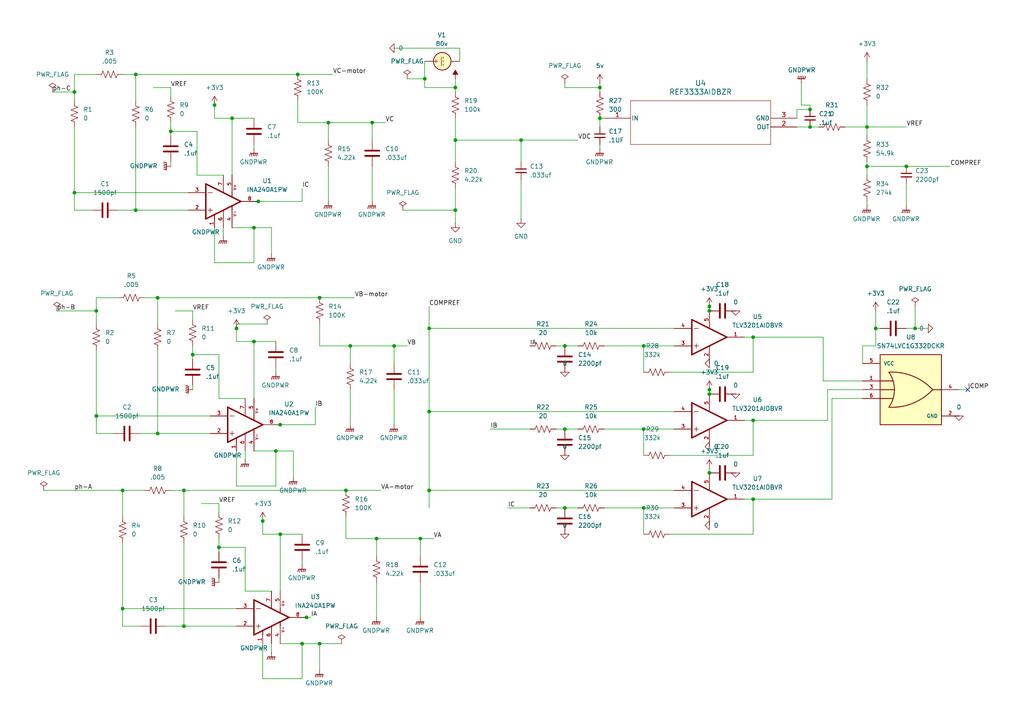
<source format=kicad_sch>
(kicad_sch (version 20231120) (generator "eeschema") (generator_version "8.0")
  (paper "A4")
  (lib_symbols
    (symbol "Device:C" (pin_numbers hide) (pin_names (offset 0.254))
      (property "Reference" "C" (at 0.635 2.54 0))
      (property "Value" "C" (at 0.635 -2.54 0))
      (symbol "C_1_1"
        (pin passive line (at 0 3.81 270) (length 2.794) (name "~") (number "1"))
        (pin passive line (at 0 -3.81 90) (length 2.794) (name "~") (number "2"))
      )
    )
    (symbol "Device:C_Small" (pin_numbers hide) (pin_names (offset 0.254) hide)
      (property "Reference" "C" (at 0.254 1.778 0))
      (property "Value" "C_Small" (at 0.254 -2.032 0))
      (symbol "C_Small_1_1"
        (pin passive line (at 0 2.54 270) (length 2.032) (name "~") (number "1"))
        (pin passive line (at 0 -2.54 90) (length 2.032) (name "~") (number "2"))
      )
    )
    (symbol "Device:R_US" (pin_numbers hide) (pin_names (offset 0))
      (property "Reference" "R" (at 2.54 0 90))
      (property "Value" "R_US" (at -2.54 0 90))
      (symbol "R_US_1_1"
        (pin passive line (at 0 3.81 270) (length 1.27) (name "~") (number "1"))
        (pin passive line (at 0 -3.81 90) (length 1.27) (name "~") (number "2"))
      )
    )
    (symbol "INA240A1PW:INA240A1PW" (pin_names (offset 1.016))
      (property "Reference" "U" (at 5.08 3.175 0))
      (property "Value" "INA240A1PW" (at 5.08 -5.08 0))
      (symbol "INA240A1PW_0_0"
        (text "V+" (at 3.81 3.175 900) (effects (font (size 0.8128 0.8128)) (justify left bottom)))
        (text "V-" (at 3.81 -4.445 900) (effects (font (size 0.8128 0.8128)) (justify left bottom)))
        (pin passive line (at -2.54 -7.62 90) (length 2.54) (name "~") (number "1"))
        (pin input line (at -10.16 -2.54 0) (length 5.08) (name "~") (number "2"))
        (pin input line (at -10.16 2.54 0) (length 5.08) (name "~") (number "3"))
        (pin power_in line (at 2.54 -7.62 90) (length 5.08) (name "~") (number "4"))
        (pin power_in line (at 2.54 7.62 270) (length 5.08) (name "~") (number "5"))
        (pin passive line (at 0 -7.62 90) (length 5.08) (name "~") (number "6"))
        (pin passive line (at 0 7.62 270) (length 5.08) (name "~") (number "7"))
        (pin output line (at 10.16 0 180) (length 5.08) (name "~") (number "8"))
      )
    )
    (symbol "REF3333AIDBZR:REF3333AIDBZR" (pin_names (offset 0.254))
      (property "Reference" "U" (at 27.94 10.16 0))
      (property "Value" "REF3333AIDBZR" (at 27.94 7.62 0))
      (symbol "REF3333AIDBZR_0_1"
        (pin input line (at 0 0 0) (length 7.62) (name "IN") (number "1"))
        (pin output line (at 55.88 -2.54 180) (length 7.62) (name "OUT") (number "2"))
        (pin power_in line (at 55.88 0 180) (length 7.62) (name "GND") (number "3"))
      )
    )
    (symbol "SN74LVC1G332DCKR:SN74LVC1G332DCKR" (pin_names (offset 1.016))
      (property "Reference" "U" (at -7.62 11.16 0))
      (property "Value" "SN74LVC1G332DCKR" (at -7.62 -12.7 0))
      (symbol "SN74LVC1G332DCKR_0_0"
        (pin input line (at -12.7 2.54 0) (length 5.08) (name "~") (number "1"))
        (pin power_in line (at 15.24 -7.62 180) (length 5.08) (name "GND") (number "2"))
        (pin input line (at -12.7 0 0) (length 5.08) (name "~") (number "3"))
        (pin output line (at 15.24 0 180) (length 5.08) (name "~") (number "4"))
        (pin power_in line (at -12.7 7.62 0) (length 5.08) (name "VCC") (number "5"))
        (pin input line (at -12.7 -2.54 0) (length 5.08) (name "~") (number "6"))
      )
    )
    (symbol "Simulation_SPICE:0" (power) (pin_numbers hide) (pin_names (offset 0) hide)
      (property "Value" "0" (at 0 -2.54 0))
      (symbol "0_1_1"
        (pin power_in line (at 0 0 0) (length 0) (name "~") (number "1"))
      )
    )
    (symbol "Simulation_SPICE:VDC" (pin_numbers hide) (pin_names (offset 0.0254))
      (property "Reference" "V" (at 2.54 2.54 0))
      (property "Value" "1" (at 2.54 0 0))
      (symbol "VDC_0_0"
        (text "+" (at 0 1.905 0) (effects (font (size 1.27 1.27))))
      )
      (symbol "VDC_1_1"
        (pin passive line (at 0 5.08 270) (length 2.54) (name "~") (number "1"))
        (pin passive line (at 0 -5.08 90) (length 2.54) (name "~") (number "2"))
      )
    )
    (symbol "TLV3201AIDBVR:TLV3201AIDBVR" (pin_names (offset 1.016))
      (property "Reference" "U" (at 2.54 3.175 0))
      (property "Value" "TLV3201AIDBVR" (at 2.54 -5.08 0))
      (symbol "TLV3201AIDBVR_0_0"
        (pin output line (at 10.16 0 180) (length 5.08) (name "~") (number "1"))
        (pin power_in line (at 0 -7.62 90) (length 5.08) (name "~") (number "2"))
        (pin input line (at -10.16 -2.54 0) (length 5.08) (name "~") (number "3"))
        (pin input line (at -10.16 2.54 0) (length 5.08) (name "~") (number "4"))
        (pin power_in line (at 0 7.62 270) (length 5.08) (name "~") (number "5"))
      )
    )
    (symbol "power:+3V3" (power) (pin_numbers hide) (pin_names (offset 0) hide)
      (property "Value" "+3V3" (at 0 3.556 0))
      (symbol "+3V3_1_1"
        (pin power_in line (at 0 0 90) (length 0) (name "~") (number "1"))
      )
    )
    (symbol "power:GND" (power) (pin_numbers hide) (pin_names (offset 0) hide)
      (property "Value" "GND" (at 0 -3.81 0))
      (symbol "GND_1_1"
        (pin power_in line (at 0 0 270) (length 0) (name "~") (number "1"))
      )
    )
    (symbol "power:GNDPWR" (power) (pin_numbers hide) (pin_names (offset 0) hide)
      (property "Value" "GNDPWR" (at 0 -3.302 0))
      (symbol "GNDPWR_1_1"
        (pin power_in line (at 0 0 270) (length 0) (name "~") (number "1"))
      )
    )
    (symbol "power:PWR_FLAG" (power) (pin_numbers hide) (pin_names (offset 0) hide)
      (property "Value" "PWR_FLAG" (at 0 3.81 0))
      (symbol "PWR_FLAG_0_0"
        (pin power_out line (at 0 0 90) (length 0) (name "~") (number "1"))
      )
    )
    (symbol "power:VCC" (power) (pin_numbers hide) (pin_names (offset 0) hide)
      (property "Value" "VCC" (at 0 3.556 0))
      (symbol "VCC_1_1"
        (pin power_in line (at 0 0 90) (length 0) (name "~") (number "1"))
      )
    )
    (symbol "power:VS" (power) (pin_numbers hide) (pin_names (offset 0) hide)
      (property "Value" "VS" (at 0 3.556 0))
      (symbol "VS_1_1"
        (pin power_in line (at 0 0 90) (length 0) (name "~") (number "1"))
      )
    )
  )
  (junction (at 124.46 119.38))
  (junction (at 218.44 97.79))
  (junction (at 205.74 137.16))
  (junction (at 121.92 156.21))
  (junction (at 27.94 90.17))
  (junction (at 163.83 100.33))
  (junction (at 35.56 142.24))
  (junction (at 251.46 36.83))
  (junction (at 87.63 186.69))
  (junction (at 218.44 121.92))
  (junction (at 95.25 35.56))
  (junction (at 27.94 120.65))
  (junction (at 218.44 144.78))
  (junction (at 88.9 179.07))
  (junction (at 92.71 186.69))
  (junction (at 234.95 36.83))
  (junction (at 132.08 25.4))
  (junction (at 53.34 181.61))
  (junction (at 173.99 34.29))
  (junction (at 49.53 38.1))
  (junction (at 74.93 58.42))
  (junction (at 67.31 34.29))
  (junction (at 53.34 142.24))
  (junction (at 73.66 99.06))
  (junction (at 254 95.25))
  (junction (at 265.43 95.25))
  (junction (at 123.19 22.86))
  (junction (at 186.69 147.32))
  (junction (at 205.74 88.9))
  (junction (at 251.46 48.26))
  (junction (at 107.95 35.56))
  (junction (at 205.74 114.3))
  (junction (at 132.08 60.96))
  (junction (at 81.28 123.19))
  (junction (at 21.59 26.67))
  (junction (at 76.2 151.13))
  (junction (at 45.72 125.73))
  (junction (at 39.37 21.59))
  (junction (at 55.88 102.87))
  (junction (at 114.3 100.33))
  (junction (at 186.69 100.33))
  (junction (at 35.56 176.53))
  (junction (at 86.36 21.59))
  (junction (at 186.69 124.46))
  (junction (at 68.58 95.25))
  (junction (at 92.71 86.36))
  (junction (at 163.83 147.32))
  (junction (at 81.28 154.94))
  (junction (at 62.23 30.48))
  (junction (at 132.08 40.64))
  (junction (at 101.6 100.33))
  (junction (at 205.74 113.03))
  (junction (at 173.99 25.4))
  (junction (at 163.83 124.46))
  (junction (at 73.66 66.04))
  (junction (at 21.59 55.88))
  (junction (at 109.22 156.21))
  (junction (at 100.33 142.24))
  (junction (at 124.46 95.25))
  (junction (at 63.5 158.75))
  (junction (at 205.74 90.17))
  (junction (at 151.13 40.64))
  (junction (at 45.72 86.36))
  (junction (at 124.46 142.24))
  (junction (at 80.01 130.81))
  (junction (at 234.95 31.75))
  (junction (at 262.89 48.26))
  (junction (at 39.37 60.96))
  (no_connect (at 280.67 113.03))
  (wire (pts (xy 55.88 90.17) (xy 55.88 92.71)))
  (wire (pts (xy 27.94 90.17) (xy 27.94 86.36)))
  (wire (pts (xy 27.94 90.17) (xy 27.94 93.98)))
  (wire (pts (xy 124.46 142.24) (xy 195.58 142.24)))
  (wire (pts (xy 27.94 125.73) (xy 33.02 125.73)))
  (wire (pts (xy 238.76 110.49) (xy 238.76 97.79)))
  (wire (pts (xy 265.43 88.9) (xy 265.43 95.25)))
  (wire (pts (xy 95.25 48.26) (xy 95.25 58.42)))
  (wire (pts (xy 21.59 21.59) (xy 21.59 26.67)))
  (wire (pts (xy 68.58 130.81) (xy 68.58 140.97)))
  (wire (pts (xy 87.63 54.61) (xy 87.63 58.42)))
  (wire (pts (xy 41.91 142.24) (xy 35.56 142.24)))
  (wire (pts (xy 80.01 140.97) (xy 80.01 130.81)))
  (wire (pts (xy 73.66 99.06) (xy 80.01 99.06)))
  (wire (pts (xy 53.34 142.24) (xy 100.33 142.24)))
  (wire (pts (xy 132.08 25.4) (xy 132.08 26.67)))
  (wire (pts (xy 73.66 130.81) (xy 80.01 130.81)))
  (wire (pts (xy 132.08 34.29) (xy 132.08 40.64)))
  (wire (pts (xy 114.3 105.41) (xy 114.3 100.33)))
  (wire (pts (xy 63.5 156.21) (xy 63.5 158.75)))
  (wire (pts (xy 76.2 196.85) (xy 87.63 196.85)))
  (wire (pts (xy 92.71 93.98) (xy 92.71 100.33)))
  (wire (pts (xy 205.74 88.9) (xy 205.74 90.17)))
  (wire (pts (xy 124.46 119.38) (xy 124.46 142.24)))
  (wire (pts (xy 63.5 115.57) (xy 63.5 102.87)))
  (wire (pts (xy 186.69 124.46) (xy 186.69 132.08)))
  (wire (pts (xy 251.46 17.78) (xy 251.46 22.86)))
  (wire (pts (xy 15.24 26.67) (xy 21.59 26.67)))
  (wire (pts (xy 240.03 121.92) (xy 218.44 121.92)))
  (wire (pts (xy 68.58 93.98) (xy 68.58 95.25)))
  (wire (pts (xy 234.95 36.83) (xy 237.49 36.83)))
  (wire (pts (xy 173.99 25.4) (xy 173.99 26.67)))
  (wire (pts (xy 85.09 130.81) (xy 85.09 138.43)))
  (wire (pts (xy 87.63 58.42) (xy 74.93 58.42)))
  (wire (pts (xy 231.14 36.83) (xy 234.95 36.83)))
  (wire (pts (xy 91.44 123.19) (xy 81.28 123.19)))
  (wire (pts (xy 92.71 86.36) (xy 102.87 86.36)))
  (wire (pts (xy 163.83 124.46) (xy 167.64 124.46)))
  (wire (pts (xy 68.58 95.25) (xy 68.58 99.06)))
  (wire (pts (xy 109.22 156.21) (xy 121.92 156.21)))
  (wire (pts (xy 88.9 179.07) (xy 90.17 179.07)))
  (wire (pts (xy 250.19 100.33) (xy 250.19 105.41)))
  (wire (pts (xy 39.37 21.59) (xy 86.36 21.59)))
  (wire (pts (xy 62.23 29.21) (xy 62.23 30.48)))
  (wire (pts (xy 21.59 26.67) (xy 21.59 29.21)))
  (wire (pts (xy 73.66 99.06) (xy 68.58 99.06)))
  (wire (pts (xy 35.56 21.59) (xy 39.37 21.59)))
  (wire (pts (xy 132.08 40.64) (xy 132.08 46.99)))
  (wire (pts (xy 86.36 35.56) (xy 95.25 35.56)))
  (wire (pts (xy 151.13 40.64) (xy 167.64 40.64)))
  (wire (pts (xy 262.89 53.34) (xy 262.89 59.69)))
  (wire (pts (xy 64.77 50.8) (xy 57.15 50.8)))
  (wire (pts (xy 78.74 171.45) (xy 71.12 171.45)))
  (wire (pts (xy 194.31 132.08) (xy 218.44 132.08)))
  (wire (pts (xy 54.61 55.88) (xy 21.59 55.88)))
  (wire (pts (xy 62.23 76.2) (xy 73.66 76.2)))
  (wire (pts (xy 100.33 149.86) (xy 100.33 156.21)))
  (wire (pts (xy 100.33 142.24) (xy 110.49 142.24)))
  (wire (pts (xy 39.37 60.96) (xy 54.61 60.96)))
  (wire (pts (xy 71.12 115.57) (xy 63.5 115.57)))
  (wire (pts (xy 67.31 66.04) (xy 73.66 66.04)))
  (wire (pts (xy 67.31 34.29) (xy 73.66 34.29)))
  (wire (pts (xy 254 90.17) (xy 254 95.25)))
  (wire (pts (xy 45.72 101.6) (xy 45.72 125.73)))
  (wire (pts (xy 133.35 17.78) (xy 133.35 13.97)))
  (wire (pts (xy 151.13 46.99) (xy 151.13 40.64)))
  (wire (pts (xy 53.34 142.24) (xy 53.34 149.86)))
  (wire (pts (xy 186.69 147.32) (xy 186.69 154.94)))
  (wire (pts (xy 55.88 111.76) (xy 55.88 113.03)))
  (wire (pts (xy 73.66 43.18) (xy 73.66 41.91)))
  (wire (pts (xy 251.46 36.83) (xy 245.11 36.83)))
  (wire (pts (xy 186.69 124.46) (xy 195.58 124.46)))
  (wire (pts (xy 58.42 146.05) (xy 63.5 146.05)))
  (wire (pts (xy 142.24 124.46) (xy 153.67 124.46)))
  (wire (pts (xy 250.19 113.03) (xy 240.03 113.03)))
  (wire (pts (xy 78.74 66.04) (xy 78.74 73.66)))
  (wire (pts (xy 16.51 90.17) (xy 27.94 90.17)))
  (wire (pts (xy 163.83 25.4) (xy 173.99 25.4)))
  (wire (pts (xy 62.23 30.48) (xy 62.23 34.29)))
  (wire (pts (xy 251.46 58.42) (xy 251.46 59.69)))
  (wire (pts (xy 76.2 151.13) (xy 76.2 154.94)))
  (wire (pts (xy 251.46 30.48) (xy 251.46 36.83)))
  (wire (pts (xy 78.74 123.19) (xy 81.28 123.19)))
  (wire (pts (xy 205.74 87.63) (xy 205.74 88.9)))
  (wire (pts (xy 63.5 158.75) (xy 63.5 160.02)))
  (wire (pts (xy 49.53 38.1) (xy 57.15 38.1)))
  (wire (pts (xy 95.25 35.56) (xy 107.95 35.56)))
  (wire (pts (xy 251.46 48.26) (xy 262.89 48.26)))
  (wire (pts (xy 173.99 34.29) (xy 173.99 36.83)))
  (wire (pts (xy 76.2 149.86) (xy 76.2 151.13)))
  (wire (pts (xy 101.6 113.03) (xy 101.6 123.19)))
  (wire (pts (xy 161.29 100.33) (xy 163.83 100.33)))
  (wire (pts (xy 132.08 40.64) (xy 151.13 40.64)))
  (wire (pts (xy 86.36 29.21) (xy 86.36 35.56)))
  (wire (pts (xy 205.74 113.03) (xy 205.74 114.3)))
  (wire (pts (xy 99.06 186.69) (xy 92.71 186.69)))
  (wire (pts (xy 85.09 130.81) (xy 80.01 130.81)))
  (wire (pts (xy 68.58 176.53) (xy 35.56 176.53)))
  (wire (pts (xy 175.26 34.29) (xy 173.99 34.29)))
  (wire (pts (xy 280.67 113.03) (xy 278.13 113.03)))
  (wire (pts (xy 86.36 179.07) (xy 88.9 179.07)))
  (wire (pts (xy 218.44 132.08) (xy 218.44 121.92)))
  (wire (pts (xy 21.59 60.96) (xy 26.67 60.96)))
  (wire (pts (xy 123.19 22.86) (xy 123.19 25.4)))
  (wire (pts (xy 35.56 176.53) (xy 35.56 181.61)))
  (wire (pts (xy 49.53 46.99) (xy 49.53 48.26)))
  (wire (pts (xy 76.2 186.69) (xy 76.2 196.85)))
  (wire (pts (xy 81.28 154.94) (xy 76.2 154.94)))
  (wire (pts (xy 132.08 22.86) (xy 132.08 25.4)))
  (wire (pts (xy 92.71 100.33) (xy 101.6 100.33)))
  (wire (pts (xy 163.83 24.13) (xy 163.83 25.4)))
  (wire (pts (xy 81.28 154.94) (xy 87.63 154.94)))
  (wire (pts (xy 107.95 48.26) (xy 107.95 58.42)))
  (wire (pts (xy 215.9 97.79) (xy 218.44 97.79)))
  (wire (pts (xy 63.5 146.05) (xy 63.5 148.59)))
  (wire (pts (xy 161.29 124.46) (xy 163.83 124.46)))
  (wire (pts (xy 232.41 30.48) (xy 234.95 30.48)))
  (wire (pts (xy 35.56 157.48) (xy 35.56 176.53)))
  (wire (pts (xy 251.46 36.83) (xy 262.89 36.83)))
  (wire (pts (xy 251.46 36.83) (xy 251.46 39.37)))
  (wire (pts (xy 63.5 167.64) (xy 63.5 168.91)))
  (wire (pts (xy 234.95 30.48) (xy 234.95 31.75)))
  (wire (pts (xy 67.31 34.29) (xy 62.23 34.29)))
  (wire (pts (xy 231.14 34.29) (xy 231.14 31.75)))
  (wire (pts (xy 109.22 156.21) (xy 109.22 161.29)))
  (wire (pts (xy 186.69 100.33) (xy 186.69 107.95)))
  (wire (pts (xy 124.46 142.24) (xy 124.46 147.32)))
  (wire (pts (xy 53.34 181.61) (xy 68.58 181.61)))
  (wire (pts (xy 241.3 144.78) (xy 218.44 144.78)))
  (wire (pts (xy 78.74 186.69) (xy 78.74 189.23)))
  (wire (pts (xy 45.72 125.73) (xy 40.64 125.73)))
  (wire (pts (xy 63.5 158.75) (xy 71.12 158.75)))
  (wire (pts (xy 175.26 124.46) (xy 186.69 124.46)))
  (wire (pts (xy 186.69 147.32) (xy 195.58 147.32)))
  (wire (pts (xy 44.45 25.4) (xy 49.53 25.4)))
  (wire (pts (xy 81.28 154.94) (xy 81.28 171.45)))
  (wire (pts (xy 80.01 107.95) (xy 80.01 106.68)))
  (wire (pts (xy 39.37 36.83) (xy 39.37 60.96)))
  (wire (pts (xy 21.59 55.88) (xy 21.59 60.96)))
  (wire (pts (xy 186.69 100.33) (xy 195.58 100.33)))
  (wire (pts (xy 81.28 186.69) (xy 87.63 186.69)))
  (wire (pts (xy 92.71 186.69) (xy 92.71 194.31)))
  (wire (pts (xy 132.08 54.61) (xy 132.08 60.96)))
  (wire (pts (xy 73.66 99.06) (xy 73.66 115.57)))
  (wire (pts (xy 91.44 118.11) (xy 91.44 123.19)))
  (wire (pts (xy 101.6 100.33) (xy 101.6 105.41)))
  (wire (pts (xy 53.34 157.48) (xy 53.34 181.61)))
  (wire (pts (xy 124.46 95.25) (xy 124.46 119.38)))
  (wire (pts (xy 100.33 156.21) (xy 109.22 156.21)))
  (wire (pts (xy 41.91 86.36) (xy 45.72 86.36)))
  (wire (pts (xy 67.31 34.29) (xy 67.31 50.8)))
  (wire (pts (xy 123.19 17.78) (xy 123.19 22.86)))
  (wire (pts (xy 218.44 107.95) (xy 218.44 97.79)))
  (wire (pts (xy 12.7 142.24) (xy 35.56 142.24)))
  (wire (pts (xy 194.31 107.95) (xy 218.44 107.95)))
  (wire (pts (xy 133.35 13.97) (xy 114.3 13.97)))
  (wire (pts (xy 151.13 52.07) (xy 151.13 63.5)))
  (wire (pts (xy 241.3 115.57) (xy 241.3 144.78)))
  (wire (pts (xy 275.59 48.26) (xy 262.89 48.26)))
  (wire (pts (xy 109.22 168.91) (xy 109.22 179.07)))
  (wire (pts (xy 49.53 25.4) (xy 49.53 27.94)))
  (wire (pts (xy 27.94 120.65) (xy 27.94 125.73)))
  (wire (pts (xy 72.39 58.42) (xy 74.93 58.42)))
  (wire (pts (xy 77.47 93.98) (xy 68.58 93.98)))
  (wire (pts (xy 53.34 181.61) (xy 48.26 181.61)))
  (wire (pts (xy 45.72 86.36) (xy 92.71 86.36)))
  (wire (pts (xy 55.88 100.33) (xy 55.88 102.87)))
  (wire (pts (xy 73.66 76.2) (xy 73.66 66.04)))
  (wire (pts (xy 231.14 31.75) (xy 234.95 31.75)))
  (wire (pts (xy 71.12 171.45) (xy 71.12 158.75)))
  (wire (pts (xy 175.26 147.32) (xy 186.69 147.32)))
  (wire (pts (xy 215.9 121.92) (xy 218.44 121.92)))
  (wire (pts (xy 107.95 35.56) (xy 111.76 35.56)))
  (wire (pts (xy 39.37 60.96) (xy 34.29 60.96)))
  (wire (pts (xy 173.99 24.13) (xy 173.99 25.4)))
  (wire (pts (xy 107.95 40.64) (xy 107.95 35.56)))
  (wire (pts (xy 86.36 21.59) (xy 96.52 21.59)))
  (wire (pts (xy 68.58 140.97) (xy 80.01 140.97)))
  (wire (pts (xy 132.08 60.96) (xy 132.08 64.77)))
  (wire (pts (xy 121.92 156.21) (xy 125.73 156.21)))
  (wire (pts (xy 60.96 120.65) (xy 27.94 120.65)))
  (wire (pts (xy 49.53 38.1) (xy 49.53 39.37)))
  (wire (pts (xy 250.19 110.49) (xy 238.76 110.49)))
  (wire (pts (xy 45.72 86.36) (xy 45.72 93.98)))
  (wire (pts (xy 163.83 100.33) (xy 167.64 100.33)))
  (wire (pts (xy 251.46 46.99) (xy 251.46 48.26)))
  (wire (pts (xy 124.46 95.25) (xy 195.58 95.25)))
  (wire (pts (xy 205.74 135.89) (xy 205.74 137.16)))
  (wire (pts (xy 121.92 168.91) (xy 121.92 179.07)))
  (wire (pts (xy 55.88 102.87) (xy 63.5 102.87)))
  (wire (pts (xy 118.11 22.86) (xy 123.19 22.86)))
  (wire (pts (xy 121.92 161.29) (xy 121.92 156.21)))
  (wire (pts (xy 71.12 130.81) (xy 71.12 133.35)))
  (wire (pts (xy 123.19 25.4) (xy 132.08 25.4)))
  (wire (pts (xy 87.63 163.83) (xy 87.63 162.56)))
  (wire (pts (xy 215.9 144.78) (xy 218.44 144.78)))
  (wire (pts (xy 57.15 50.8) (xy 57.15 38.1)))
  (wire (pts (xy 205.74 111.76) (xy 205.74 113.03)))
  (wire (pts (xy 35.56 142.24) (xy 35.56 149.86)))
  (wire (pts (xy 114.3 113.03) (xy 114.3 123.19)))
  (wire (pts (xy 251.46 48.26) (xy 251.46 50.8)))
  (wire (pts (xy 218.44 154.94) (xy 218.44 144.78)))
  (wire (pts (xy 101.6 100.33) (xy 114.3 100.33)))
  (wire (pts (xy 114.3 100.33) (xy 118.11 100.33)))
  (wire (pts (xy 254 95.25) (xy 254 100.33)))
  (wire (pts (xy 21.59 36.83) (xy 21.59 55.88)))
  (wire (pts (xy 147.32 147.32) (xy 153.67 147.32)))
  (wire (pts (xy 27.94 21.59) (xy 21.59 21.59)))
  (wire (pts (xy 49.53 142.24) (xy 53.34 142.24)))
  (wire (pts (xy 238.76 97.79) (xy 218.44 97.79)))
  (wire (pts (xy 124.46 88.9) (xy 124.46 95.25)))
  (wire (pts (xy 240.03 113.03) (xy 240.03 121.92)))
  (wire (pts (xy 34.29 86.36) (xy 27.94 86.36)))
  (wire (pts (xy 124.46 119.38) (xy 195.58 119.38)))
  (wire (pts (xy 161.29 147.32) (xy 163.83 147.32)))
  (wire (pts (xy 175.26 100.33) (xy 186.69 100.33)))
  (wire (pts (xy 39.37 21.59) (xy 39.37 29.21)))
  (wire (pts (xy 62.23 66.04) (xy 62.23 76.2)))
  (wire (pts (xy 163.83 147.32) (xy 167.64 147.32)))
  (wire (pts (xy 55.88 102.87) (xy 55.88 104.14)))
  (wire (pts (xy 50.8 90.17) (xy 55.88 90.17)))
  (wire (pts (xy 173.99 41.91) (xy 173.99 43.18)))
  (wire (pts (xy 95.25 35.56) (xy 95.25 40.64)))
  (wire (pts (xy 49.53 35.56) (xy 49.53 38.1)))
  (wire (pts (xy 232.41 24.13) (xy 232.41 30.48)))
  (wire (pts (xy 265.43 95.25) (xy 262.89 95.25)))
  (wire (pts (xy 116.84 60.96) (xy 132.08 60.96)))
  (wire (pts (xy 64.77 66.04) (xy 64.77 68.58)))
  (wire (pts (xy 45.72 125.73) (xy 60.96 125.73)))
  (wire (pts (xy 254 100.33) (xy 250.19 100.33)))
  (wire (pts (xy 269.24 95.25) (xy 265.43 95.25)))
  (wire (pts (xy 250.19 115.57) (xy 241.3 115.57)))
  (wire (pts (xy 92.71 186.69) (xy 87.63 186.69)))
  (wire (pts (xy 87.63 196.85) (xy 87.63 186.69)))
  (wire (pts (xy 254 95.25) (xy 255.27 95.25)))
  (wire (pts (xy 78.74 66.04) (xy 73.66 66.04)))
  (wire (pts (xy 194.31 154.94) (xy 218.44 154.94)))
  (wire (pts (xy 27.94 101.6) (xy 27.94 120.65)))
  (wire (pts (xy 35.56 181.61) (xy 40.64 181.61)))
  (label "ph-C" (at 15.24 26.67 0))
  (label "IA" (at 90.17 179.07 0))
  (label "VDC" (at 167.64 40.64 0))
  (label "IA" (at 153.67 100.33 0))
  (label "COMPREF" (at 275.59 48.26 0))
  (label "VB" (at 118.11 100.33 0))
  (label "IB" (at 91.44 118.11 0))
  (label "IC" (at 87.63 54.61 0))
  (label "VB-motor " (at 102.87 86.36 0))
  (label "ICOMP" (at 280.67 113.03 0))
  (label "VC" (at 111.76 35.56 0))
  (label "IB" (at 142.24 124.46 0))
  (label "VA-motor " (at 110.49 142.24 0))
  (label "VC-motor " (at 96.52 21.59 0))
  (label "IC" (at 147.32 147.32 0))
  (label "VREF" (at 49.53 25.4 0))
  (label "COMPREF" (at 124.46 88.9 0))
  (label "VREF" (at 262.89 36.83 0))
  (label "ph-A " (at 21.59 142.24 0))
  (label "VA" (at 125.73 156.21 0))
  (label "ph-B" (at 16.51 90.17 0))
  (label "VREF" (at 63.5 146.05 0))
  (label "VREF" (at 55.88 90.17 0))
  (symbol (lib_id "Simulation_SPICE:0") (at 213.36 114.3 0) (unit 1)
    (property "Reference" "#GND09" (effects (hide yes)))
    (property "Value" "0" (at 213.36 111.76 0))
    (property "Datasheet" "https://ngspice.sourceforge.io/docs/ngspice-html-manual/manual.xhtml#subsec_Circuit_elements__device" (effects (hide yes)))
    (property "Description" "0V reference potential for simulation" (effects (hide yes)))
  )
  (symbol (lib_id "TLV3201AIDBVR:TLV3201AIDBVR") (at 205.74 121.92 0) (unit 1)
    (property "Reference" "U6" (at 219.71 115.9508 0))
    (property "Value" "TLV3201AIDBVR" (at 219.71 118.4908 0))
    (property "Footprint" "TLV3201AIDBVR:SOT95P280X145-5N" (effects (hide yes)))
    (property "MF" "Texas Instruments" (effects (hide yes)))
    (property "MAXIMUM_PACKAGE_HEIGHT" "1.45mm" (effects (hide yes)))
    (property "Package" "SOT-23-5 Texas Instruments" (effects (hide yes)))
    (property "Price" "None" (effects (hide yes)))
    (property "Check_prices" "https://www.snapeda.com/parts/TLV3201AIDBVR/Texas+Instruments/view-part/?ref=eda" (effects (hide yes)))
    (property "STANDARD" "IPC-7351B" (effects (hide yes)))
    (property "PARTREV" "B" (effects (hide yes)))
    (property "SnapEDA_Link" "https://www.snapeda.com/parts/TLV3201AIDBVR/Texas+Instruments/view-part/?ref=snap" (effects (hide yes)))
    (property "MP" "TLV3201AIDBVR" (effects (hide yes)))
    (property "Purchase-URL" "https://www.snapeda.com/api/url_track_click_mouser/?unipart_id=461595&manufacturer=Texas Instruments&part_name=TLV3201AIDBVR&search_term=tlv3201aidbvr" (effects (hide yes)))
    (property "Description_1" "\n5.5-V, high-speed, single push-pull comparator\n" (effects (hide yes)))
    (property "Availability" "In Stock" (effects (hide yes)))
    (property "MANUFACTURER" "Texas Instruments" (effects (hide yes)))
    (property "Sim.Library" "C:\\Users\\Raman\\OneDrive\\Documents\\KiCad\\u13_14_15_TLV3201AIDBVR\\sbombt6\\tlv3201.lib" (effects (hide yes)))
    (property "Sim.Name" "TLV3201" (effects (hide yes)))
    (property "Sim.Device" "SUBCKT" (effects (hide yes)))
    (property "Sim.Pins" "1=OUT 2=GND 3=IN+ 4=IN- 5=Vcc" (effects (hide yes)))
  )
  (symbol (lib_id "Device:R_US") (at 53.34 153.67 0) (unit 1)
    (property "Reference" "R10" (at 55.88 152.3999 0) (effects (justify left)))
    (property "Value" "0" (at 55.88 154.9399 0) (effects (justify left)))
    (property "Description" "Resistor, US symbol" (effects (hide yes)))
  )
  (symbol (lib_id "power:+3V3") (at 251.46 17.78 0) (unit 1)
    (property "Reference" "#PWR031" (effects (hide yes)))
    (property "Value" "+3V3" (at 251.46 12.7 0))
    (property "Description" "Power symbol creates a global label with name \"+3V3\"" (effects (hide yes)))
  )
  (symbol (lib_id "power:PWR_FLAG") (at 118.11 22.86 0) (unit 1)
    (property "Reference" "#FLG07" (effects (hide yes)))
    (property "Value" "PWR_FLAG" (at 118.11 17.78 0))
    (property "Description" "Special symbol for telling ERC where power comes from" (effects (hide yes)))
  )
  (symbol (lib_id "Device:R_US") (at 63.5 152.4 180) (unit 1)
    (property "Reference" "R12" (at 66.04 151.1299 0) (effects (justify right)))
    (property "Value" "0" (at 66.04 153.6699 0) (effects (justify right)))
    (property "Description" "Resistor, US symbol" (effects (hide yes)))
  )
  (symbol (lib_id "TLV3201AIDBVR:TLV3201AIDBVR") (at 205.74 97.79 0) (unit 1)
    (property "Reference" "U5" (at 219.71 91.8208 0))
    (property "Value" "TLV3201AIDBVR" (at 219.71 94.3608 0))
    (property "Footprint" "TLV3201AIDBVR:SOT95P280X145-5N" (effects (hide yes)))
    (property "MF" "Texas Instruments" (effects (hide yes)))
    (property "MAXIMUM_PACKAGE_HEIGHT" "1.45mm" (effects (hide yes)))
    (property "Package" "SOT-23-5 Texas Instruments" (effects (hide yes)))
    (property "Price" "None" (effects (hide yes)))
    (property "Check_prices" "https://www.snapeda.com/parts/TLV3201AIDBVR/Texas+Instruments/view-part/?ref=eda" (effects (hide yes)))
    (property "STANDARD" "IPC-7351B" (effects (hide yes)))
    (property "PARTREV" "B" (effects (hide yes)))
    (property "SnapEDA_Link" "https://www.snapeda.com/parts/TLV3201AIDBVR/Texas+Instruments/view-part/?ref=snap" (effects (hide yes)))
    (property "MP" "TLV3201AIDBVR" (effects (hide yes)))
    (property "Purchase-URL" "https://www.snapeda.com/api/url_track_click_mouser/?unipart_id=461595&manufacturer=Texas Instruments&part_name=TLV3201AIDBVR&search_term=tlv3201aidbvr" (effects (hide yes)))
    (property "Description_1" "\n5.5-V, high-speed, single push-pull comparator\n" (effects (hide yes)))
    (property "Availability" "In Stock" (effects (hide yes)))
    (property "MANUFACTURER" "Texas Instruments" (effects (hide yes)))
    (property "Sim.Library" "C:\\Users\\Raman\\OneDrive\\Documents\\KiCad\\u13_14_15_TLV3201AIDBVR\\sbombt6\\tlv3201.lib" (effects (hide yes)))
    (property "Sim.Name" "TLV3201" (effects (hide yes)))
    (property "Sim.Device" "SUBCKT" (effects (hide yes)))
    (property "Sim.Pins" "1=OUT 2=GND 3=IN+ 4=IN- 5=Vcc" (effects (hide yes)))
  )
  (symbol (lib_id "Device:C") (at 107.95 44.45 0) (unit 1)
    (property "Reference" "C10" (at 111.76 43.1799 0) (effects (justify left)))
    (property "Value" ".033uf" (at 111.76 45.7199 0) (effects (justify left)))
    (property "Description" "Unpolarized capacitor" (effects (hide yes)))
  )
  (symbol (lib_id "power:VS") (at 132.08 22.86 0) (unit 1)
    (property "Reference" "#PWR022" (effects (hide yes)))
    (property "Value" "80v" (effects (hide yes)))
    (property "Description" "Power symbol creates a global label with name \"VS\"" (effects (hide yes)))
  )
  (symbol (lib_id "power:GND") (at 132.08 64.77 0) (unit 1)
    (property "Reference" "#PWR023" (effects (hide yes)))
    (property "Value" "GND" (at 132.08 69.85 0))
    (property "Description" "Power symbol creates a global label with name \"GND\" , ground" (effects (hide yes)))
  )
  (symbol (lib_id "power:PWR_FLAG") (at 16.51 90.17 0) (unit 1)
    (property "Reference" "#FLG03" (effects (hide yes)))
    (property "Value" "PWR_FLAG" (at 16.51 85.09 0))
    (property "Description" "Special symbol for telling ERC where power comes from" (effects (hide yes)))
  )
  (symbol (lib_id "Device:R_US") (at 38.1 86.36 90) (unit 1)
    (property "Reference" "R5" (at 38.1 80.01 90))
    (property "Value" ".005" (at 38.1 82.55 90))
    (property "Description" "Resistor, US symbol" (effects (hide yes)))
  )
  (symbol (lib_id "Device:R_US") (at 45.72 97.79 0) (unit 1)
    (property "Reference" "R7" (at 48.26 96.5199 0) (effects (justify left)))
    (property "Value" "0" (at 48.26 99.0599 0) (effects (justify left)))
    (property "Description" "Resistor, US symbol" (effects (hide yes)))
  )
  (symbol (lib_id "power:GNDPWR") (at 232.41 24.13 180) (unit 1)
    (property "Reference" "#PWR030" (effects (hide yes)))
    (property "Value" "GNDPWR" (at 232.537 20.32 0))
    (property "Description" "Power symbol creates a global label with name \"GNDPWR\" , global ground" (effects (hide yes)))
  )
  (symbol (lib_id "Simulation_SPICE:0") (at 163.83 132.08 0) (unit 1)
    (property "Reference" "#GND03" (effects (hide yes)))
    (property "Value" "0" (at 163.83 129.54 0))
    (property "Datasheet" "https://ngspice.sourceforge.io/docs/ngspice-html-manual/manual.xhtml#subsec_Circuit_elements__device" (effects (hide yes)))
    (property "Description" "0V reference potential for simulation" (effects (hide yes)))
  )
  (symbol (lib_id "power:PWR_FLAG") (at 163.83 24.13 0) (unit 1)
    (property "Reference" "#FLG08" (effects (hide yes)))
    (property "Value" "PWR_FLAG" (at 163.83 19.05 0))
    (property "Description" "Special symbol for telling ERC where power comes from" (effects (hide yes)))
  )
  (symbol (lib_id "power:GNDPWR") (at 85.09 138.43 0) (unit 1)
    (property "Reference" "#PWR013" (effects (hide yes)))
    (property "Value" "GNDPWR" (at 84.963 142.24 0))
    (property "Description" "Power symbol creates a global label with name \"GNDPWR\" , global ground" (effects (hide yes)))
  )
  (symbol (lib_id "SN74LVC1G332DCKR:SN74LVC1G332DCKR") (at 262.89 113.03 0) (unit 1)
    (property "Reference" "U8" (at 264.16 97.79 0))
    (property "Value" "SN74LVC1G332DCKR" (at 264.16 100.33 0))
    (property "Footprint" "SN74LVC1G332DCKR:SOT65P210X110-6N" (effects (hide yes)))
    (property "MF" "Texas Instruments" (effects (hide yes)))
    (property "MAXIMUM_PACKAGE_HEIGHT" "1.1mm" (effects (hide yes)))
    (property "Package" "SOT-SC70-6 Texas Instruments" (effects (hide yes)))
    (property "Price" "None" (effects (hide yes)))
    (property "Check_prices" "https://www.snapeda.com/parts/SN74LVC1G332DCKR/Texas+Instruments/view-part/?ref=eda" (effects (hide yes)))
    (property "STANDARD" "IPC-7351B" (effects (hide yes)))
    (property "PARTREV" "E" (effects (hide yes)))
    (property "SnapEDA_Link" "https://www.snapeda.com/parts/SN74LVC1G332DCKR/Texas+Instruments/view-part/?ref=snap" (effects (hide yes)))
    (property "MP" "SN74LVC1G332DCKR" (effects (hide yes)))
    (property "Purchase-URL" "https://www.snapeda.com/api/url_track_click_mouser/?unipart_id=364556&manufacturer=Texas Instruments&part_name=SN74LVC1G332DCKR&search_term=sn74lvc1g332dckr" (effects (hide yes)))
    (property "Description_1" "\n1-ch, 3-input 1.65-V to 5.5-V 32-mA drive strength OR gate\n" (effects (hide yes)))
    (property "Availability" "In Stock" (effects (hide yes)))
    (property "MANUFACTURER" "Texas Instruments" (effects (hide yes)))
    (property "Sim.Library" "C:\\Users\\Raman\\OneDrive\\Documents\\KiCad\\SN74AVC8T245RHLR\\scem631\\SN74LVC1G332.cir" (effects (hide yes)))
    (property "Sim.Name" "SN74LVC1G332" (effects (hide yes)))
    (property "Sim.Device" "SUBCKT" (effects (hide yes)))
    (property "Sim.Pins" "1=A 2=AGND 3=B 4=Y 5=VCC 6=C" (effects (hide yes)))
  )
  (symbol (lib_id "Simulation_SPICE:VDC") (at 128.27 17.78 90) (unit 1)
    (property "Reference" "V1" (at 128.1402 10.16 90))
    (property "Value" "80v" (at 128.1402 12.7 90))
    (property "Datasheet" "https://ngspice.sourceforge.io/docs/ngspice-html-manual/manual.xhtml#sec_Independent_Sources_for" (effects (hide yes)))
    (property "Description" "Voltage source, DC" (effects (hide yes)))
    (property "Sim.Pins" "1=+ 2=-" (effects (hide yes)))
    (property "Sim.Type" "DC" (effects (hide yes)))
    (property "Sim.Device" "V" (effects (hide yes)))
  )
  (symbol (lib_id "Device:R_US") (at 190.5 107.95 90) (unit 1)
    (property "Reference" "R28" (at 189.23 100.33 90))
    (property "Value" "332k" (at 189.23 102.87 90))
    (property "Description" "Resistor, US symbol" (effects (hide yes)))
  )
  (symbol (lib_id "power:PWR_FLAG") (at 12.7 142.24 0) (unit 1)
    (property "Reference" "#FLG01" (effects (hide yes)))
    (property "Value" "PWR_FLAG" (at 12.7 137.16 0))
    (property "Description" "Special symbol for telling ERC where power comes from" (effects (hide yes)))
  )
  (symbol (lib_id "Device:R_US") (at 21.59 33.02 0) (unit 1)
    (property "Reference" "R1" (at 24.13 31.7499 0) (effects (justify left)))
    (property "Value" "0" (at 24.13 34.2899 0) (effects (justify left)))
    (property "Description" "Resistor, US symbol" (effects (hide yes)))
  )
  (symbol (lib_id "Device:C_Small") (at 173.99 39.37 0) (unit 1)
    (property "Reference" "C17" (at 176.53 38.1062 0) (effects (justify left)))
    (property "Value" ".1UF" (at 176.53 40.6462 0) (effects (justify left)))
    (property "Description" "Unpolarized capacitor, small symbol" (effects (hide yes)))
  )
  (symbol (lib_id "Device:R_US") (at 31.75 21.59 90) (unit 1)
    (property "Reference" "R3" (at 31.75 15.24 90))
    (property "Value" ".005" (at 31.75 17.78 90))
    (property "Description" "Resistor, US symbol" (effects (hide yes)))
  )
  (symbol (lib_id "power:GNDPWR") (at 262.89 59.69 0) (unit 1)
    (property "Reference" "#PWR034" (effects (hide yes)))
    (property "Value" "GNDPWR" (at 262.763 63.5 0))
    (property "Description" "Power symbol creates a global label with name \"GNDPWR\" , global ground" (effects (hide yes)))
  )
  (symbol (lib_id "power:GNDPWR") (at 121.92 179.07 0) (unit 1)
    (property "Reference" "#PWR021" (effects (hide yes)))
    (property "Value" "GNDPWR" (at 121.793 182.88 0))
    (property "Description" "Power symbol creates a global label with name \"GNDPWR\" , global ground" (effects (hide yes)))
  )
  (symbol (lib_id "Device:R_US") (at 101.6 109.22 0) (unit 1)
    (property "Reference" "R17" (at 104.14 107.9499 0) (effects (justify left)))
    (property "Value" "4.22k" (at 104.14 110.4899 0) (effects (justify left)))
    (property "Description" "Resistor, US symbol" (effects (hide yes)))
  )
  (symbol (lib_id "Device:R_US") (at 55.88 96.52 180) (unit 1)
    (property "Reference" "R11" (at 58.42 95.2499 0) (effects (justify right)))
    (property "Value" "0" (at 58.42 97.7899 0) (effects (justify right)))
    (property "Description" "Resistor, US symbol" (effects (hide yes)))
  )
  (symbol (lib_id "REF3333AIDBZR:REF3333AIDBZR") (at 175.26 34.29 0) (unit 1)
    (property "Reference" "U4" (at 203.2 24.13 0) (effects (font (size 1.524 1.524))))
    (property "Value" "REF3333AIDBZR" (at 203.2 26.67 0) (effects (font (size 1.524 1.524))))
    (property "Footprint" "DBZ3" (effects (hide yes)))
    (property "Datasheet" "REF3333AIDBZR" (effects (hide yes)))
    (property "Sim.Library" "C:\\Users\\Raman\\OneDrive\\Documents\\KiCad\\U10_ul_REF3333AIDBZR\\sbom245a\\REF3333_PSPICE_AIO\\REF3333.LIB" (effects (hide yes)))
    (property "Sim.Name" "REF3333" (effects (hide yes)))
    (property "Sim.Device" "SUBCKT" (effects (hide yes)))
    (property "Sim.Pins" "1=1 2=2 3=3" (effects (hide yes)))
  )
  (symbol (lib_id "Device:C") (at 80.01 102.87 0) (unit 1)
    (property "Reference" "C8" (at 83.82 101.5999 0) (effects (justify left)))
    (property "Value" ".1uf" (at 83.82 104.1399 0) (effects (justify left)))
    (property "Description" "Unpolarized capacitor" (effects (hide yes)))
  )
  (symbol (lib_id "Device:C") (at 55.88 107.95 0) (unit 1)
    (property "Reference" "C5" (at 59.69 106.6799 0) (effects (justify left)))
    (property "Value" ".1uf" (at 59.69 109.2199 0) (effects (justify left)))
    (property "Description" "Unpolarized capacitor" (effects (hide yes)))
  )
  (symbol (lib_id "Device:R_US") (at 132.08 50.8 0) (unit 1)
    (property "Reference" "R20" (at 134.62 49.5299 0) (effects (justify left)))
    (property "Value" "4.22k" (at 134.62 52.0699 0) (effects (justify left)))
    (property "Description" "Resistor, US symbol" (effects (hide yes)))
  )
  (symbol (lib_id "Device:C") (at 73.66 38.1 0) (unit 1)
    (property "Reference" "C7" (at 77.47 36.8299 0) (effects (justify left)))
    (property "Value" ".1uf" (at 77.47 39.3699 0) (effects (justify left)))
    (property "Description" "Unpolarized capacitor" (effects (hide yes)))
  )
  (symbol (lib_id "Device:C") (at 87.63 158.75 0) (unit 1)
    (property "Reference" "C9" (at 91.44 157.4799 0) (effects (justify left)))
    (property "Value" ".1uf" (at 91.44 160.0199 0) (effects (justify left)))
    (property "Description" "Unpolarized capacitor" (effects (hide yes)))
  )
  (symbol (lib_id "Device:R_US") (at 190.5 132.08 90) (unit 1)
    (property "Reference" "R29" (at 189.23 124.46 90))
    (property "Value" "332k" (at 189.23 127 90))
    (property "Description" "Resistor, US symbol" (effects (hide yes)))
  )
  (symbol (lib_id "power:+3V3") (at 254 90.17 0) (unit 1)
    (property "Reference" "#PWR033" (effects (hide yes)))
    (property "Value" "+3V3" (at 254 85.09 0))
    (property "Description" "Power symbol creates a global label with name \"+3V3\"" (effects (hide yes)))
  )
  (symbol (lib_id "power:PWR_FLAG") (at 15.24 26.67 0) (unit 1)
    (property "Reference" "#FLG02" (effects (hide yes)))
    (property "Value" "PWR_FLAG" (at 15.24 21.59 0))
    (property "Description" "Special symbol for telling ERC where power comes from" (effects (hide yes)))
  )
  (symbol (lib_id "Device:C_Small") (at 262.89 50.8 0) (unit 1)
    (property "Reference" "C23" (at 265.43 49.5362 0) (effects (justify left)))
    (property "Value" "2200pf" (at 265.43 52.0762 0) (effects (justify left)))
    (property "Description" "Unpolarized capacitor, small symbol" (effects (hide yes)))
  )
  (symbol (lib_id "Device:R_US") (at 190.5 154.94 90) (unit 1)
    (property "Reference" "R30" (at 189.23 147.32 90))
    (property "Value" "332k" (at 189.23 149.86 90))
    (property "Description" "Resistor, US symbol" (effects (hide yes)))
  )
  (symbol (lib_id "power:GNDPWR") (at 78.74 73.66 0) (unit 1)
    (property "Reference" "#PWR010" (effects (hide yes)))
    (property "Value" "GNDPWR" (at 78.613 77.47 0))
    (property "Description" "Power symbol creates a global label with name \"GNDPWR\" , global ground" (effects (hide yes)))
  )
  (symbol (lib_id "Device:C") (at 63.5 163.83 0) (unit 1)
    (property "Reference" "C6" (at 67.31 162.5599 0) (effects (justify left)))
    (property "Value" ".1uf" (at 67.31 165.0999 0) (effects (justify left)))
    (property "Description" "Unpolarized capacitor" (effects (hide yes)))
  )
  (symbol (lib_id "Simulation_SPICE:0") (at 213.36 137.16 0) (unit 1)
    (property "Reference" "#GND010" (effects (hide yes)))
    (property "Value" "0" (at 213.36 134.62 0))
    (property "Datasheet" "https://ngspice.sourceforge.io/docs/ngspice-html-manual/manual.xhtml#subsec_Circuit_elements__device" (effects (hide yes)))
    (property "Description" "0V reference potential for simulation" (effects (hide yes)))
  )
  (symbol (lib_id "Device:C") (at 121.92 165.1 0) (unit 1)
    (property "Reference" "C12" (at 125.73 163.8299 0) (effects (justify left)))
    (property "Value" ".033uf" (at 125.73 166.3699 0) (effects (justify left)))
    (property "Description" "Unpolarized capacitor" (effects (hide yes)))
  )
  (symbol (lib_id "power:GNDPWR") (at 49.53 48.26 270) (unit 1)
    (property "Reference" "#PWR01" (effects (hide yes)))
    (property "Value" "GNDPWR" (at 45.72 48.1329 90) (effects (justify right)))
    (property "Description" "Power symbol creates a global label with name \"GNDPWR\" , global ground" (effects (hide yes)))
  )
  (symbol (lib_id "Simulation_SPICE:0") (at 269.24 95.25 90) (unit 1)
    (property "Reference" "#GND011" (effects (hide yes)))
    (property "Value" "0" (at 267.97 95.2499 90) (effects (justify left)))
    (property "Datasheet" "https://ngspice.sourceforge.io/docs/ngspice-html-manual/manual.xhtml#subsec_Circuit_elements__device" (effects (hide yes)))
    (property "Description" "0V reference potential for simulation" (effects (hide yes)))
  )
  (symbol (lib_id "Device:C") (at 209.55 90.17 90) (unit 1)
    (property "Reference" "C18" (at 209.55 82.55 90))
    (property "Value" ".1uf" (at 209.55 85.09 90))
    (property "Description" "Unpolarized capacitor" (effects (hide yes)))
  )
  (symbol (lib_id "INA240A1PW:INA240A1PW") (at 64.77 58.42 0) (unit 1)
    (property "Reference" "U1" (at 77.47 52.4508 0))
    (property "Value" "INA240A1PW" (at 77.47 54.9908 0))
    (property "Footprint" "INA240A1PW:SOP65P640X120-8N" (effects (hide yes)))
    (property "MF" "Texas Instruments" (effects (hide yes)))
    (property "MAXIMUM_PACKAGE_HEIGHT" "1.2mm" (effects (hide yes)))
    (property "Package" "TSSOP-8 Texas Instruments" (effects (hide yes)))
    (property "Price" "None" (effects (hide yes)))
    (property "Check_prices" "https://www.snapeda.com/parts/INA240A1PW/Texas+Instruments/view-part/?ref=eda" (effects (hide yes)))
    (property "STANDARD" "IPC7351B" (effects (hide yes)))
    (property "PARTREV" "C" (effects (hide yes)))
    (property "SnapEDA_Link" "https://www.snapeda.com/parts/INA240A1PW/Texas+Instruments/view-part/?ref=snap" (effects (hide yes)))
    (property "SNAPEDA_PACKAGE_ID" "102603" (effects (hide yes)))
    (property "MP" "INA240A1PW" (effects (hide yes)))
    (property "Purchase-URL" "https://www.snapeda.com/api/url_track_click_mouser/?unipart_id=703633&manufacturer=Texas Instruments&part_name=INA240A1PW&search_term=ina240a1pw" (effects (hide yes)))
    (property "Description_1" "\n-4 to 80V, bidirectional, ultra-precise current sense amplifier with enhanced PWM rejection\n" (effects (hide yes)))
    (property "Availability" "In Stock" (effects (hide yes)))
    (property "MANUFACTURER" "Texas Instruments" (effects (hide yes)))
    (property "Sim.Library" "C:\\Users\\Raman\\OneDrive\\Documents\\KiCad\\INA240A1PW u8 9 11 ds\\sbomb42\\ina240a1.lib" (effects (hide yes)))
    (property "Sim.Name" "INA240A1" (effects (hide yes)))
    (property "Sim.Device" "SUBCKT" (effects (hide yes)))
    (property "Sim.Pins" "2=INP 3=INN 4=GND 5=VCC 6=REF2 7=REF1 8=OUT" (effects (hide yes)))
  )
  (symbol (lib_id "power:+3V3") (at 205.74 88.9 0) (unit 1)
    (property "Reference" "#PWR027" (effects (hide yes)))
    (property "Value" "+3V3" (at 205.74 83.82 0))
    (property "Description" "Power symbol creates a global label with name \"+3V3\"" (effects (hide yes)))
  )
  (symbol (lib_id "INA240A1PW:INA240A1PW") (at 78.74 179.07 0) (unit 1)
    (property "Reference" "U3" (at 91.44 173.1008 0))
    (property "Value" "INA240A1PW" (at 91.44 175.6408 0))
    (property "Footprint" "INA240A1PW:SOP65P640X120-8N" (effects (hide yes)))
    (property "MF" "Texas Instruments" (effects (hide yes)))
    (property "MAXIMUM_PACKAGE_HEIGHT" "1.2mm" (effects (hide yes)))
    (property "Package" "TSSOP-8 Texas Instruments" (effects (hide yes)))
    (property "Price" "None" (effects (hide yes)))
    (property "Check_prices" "https://www.snapeda.com/parts/INA240A1PW/Texas+Instruments/view-part/?ref=eda" (effects (hide yes)))
    (property "STANDARD" "IPC7351B" (effects (hide yes)))
    (property "PARTREV" "C" (effects (hide yes)))
    (property "SnapEDA_Link" "https://www.snapeda.com/parts/INA240A1PW/Texas+Instruments/view-part/?ref=snap" (effects (hide yes)))
    (property "SNAPEDA_PACKAGE_ID" "102603" (effects (hide yes)))
    (property "MP" "INA240A1PW" (effects (hide yes)))
    (property "Purchase-URL" "https://www.snapeda.com/api/url_track_click_mouser/?unipart_id=703633&manufacturer=Texas Instruments&part_name=INA240A1PW&search_term=ina240a1pw" (effects (hide yes)))
    (property "Description_1" "\n-4 to 80V, bidirectional, ultra-precise current sense amplifier with enhanced PWM rejection\n" (effects (hide yes)))
    (property "Availability" "In Stock" (effects (hide yes)))
    (property "MANUFACTURER" "Texas Instruments" (effects (hide yes)))
    (property "Sim.Library" "C:\\Users\\Raman\\OneDrive\\Documents\\KiCad\\INA240A1PW u8 9 11 ds\\sbomb42\\ina240a1.lib" (effects (hide yes)))
    (property "Sim.Name" "INA240A1" (effects (hide yes)))
    (property "Sim.Device" "SUBCKT" (effects (hide yes)))
    (property "Sim.Pins" "2=INP 3=INN 4=GND 5=VCC 6=REF2 7=REF1 8=OUT" (effects (hide yes)))
  )
  (symbol (lib_id "Device:R_US") (at 86.36 25.4 180) (unit 1)
    (property "Reference" "R13" (at 88.9 24.1299 0) (effects (justify right)))
    (property "Value" "100K" (at 88.9 26.6699 0) (effects (justify right)))
    (property "Description" "Resistor, US symbol" (effects (hide yes)))
  )
  (symbol (lib_id "INA240A1PW:INA240A1PW") (at 71.12 123.19 0) (unit 1)
    (property "Reference" "U2" (at 83.82 117.2208 0))
    (property "Value" "INA240A1PW" (at 83.82 119.7608 0))
    (property "Footprint" "INA240A1PW:SOP65P640X120-8N" (effects (hide yes)))
    (property "MF" "Texas Instruments" (effects (hide yes)))
    (property "MAXIMUM_PACKAGE_HEIGHT" "1.2mm" (effects (hide yes)))
    (property "Package" "TSSOP-8 Texas Instruments" (effects (hide yes)))
    (property "Price" "None" (effects (hide yes)))
    (property "Check_prices" "https://www.snapeda.com/parts/INA240A1PW/Texas+Instruments/view-part/?ref=eda" (effects (hide yes)))
    (property "STANDARD" "IPC7351B" (effects (hide yes)))
    (property "PARTREV" "C" (effects (hide yes)))
    (property "SnapEDA_Link" "https://www.snapeda.com/parts/INA240A1PW/Texas+Instruments/view-part/?ref=snap" (effects (hide yes)))
    (property "SNAPEDA_PACKAGE_ID" "102603" (effects (hide yes)))
    (property "MP" "INA240A1PW" (effects (hide yes)))
    (property "Purchase-URL" "https://www.snapeda.com/api/url_track_click_mouser/?unipart_id=703633&manufacturer=Texas Instruments&part_name=INA240A1PW&search_term=ina240a1pw" (effects (hide yes)))
    (property "Description_1" "\n-4 to 80V, bidirectional, ultra-precise current sense amplifier with enhanced PWM rejection\n" (effects (hide yes)))
    (property "Availability" "In Stock" (effects (hide yes)))
    (property "MANUFACTURER" "Texas Instruments" (effects (hide yes)))
    (property "Sim.Library" "C:\\Users\\Raman\\OneDrive\\Documents\\KiCad\\INA240A1PW u8 9 11 ds\\sbomb42\\ina240a1.lib" (effects (hide yes)))
    (property "Sim.Name" "INA240A1" (effects (hide yes)))
    (property "Sim.Device" "SUBCKT" (effects (hide yes)))
    (property "Sim.Pins" "2=INP 3=INN 4=GND 5=VCC 6=REF2 7=REF1 8=OUT" (effects (hide yes)))
  )
  (symbol (lib_id "Device:R_US") (at 95.25 44.45 0) (unit 1)
    (property "Reference" "R15" (at 97.79 43.1799 0) (effects (justify left)))
    (property "Value" "4.22k" (at 97.79 45.7199 0) (effects (justify left)))
    (property "Description" "Resistor, US symbol" (effects (hide yes)))
  )
  (symbol (lib_id "Device:R_US") (at 173.99 30.48 0) (unit 1)
    (property "Reference" "R27" (at 176.53 29.2099 0) (effects (justify left)))
    (property "Value" "300" (at 176.53 31.7499 0) (effects (justify left)))
    (property "Description" "Resistor, US symbol" (effects (hide yes)))
  )
  (symbol (lib_id "Simulation_SPICE:0") (at 278.13 120.65 0) (unit 1)
    (property "Reference" "#GND012" (effects (hide yes)))
    (property "Value" "0" (at 278.13 118.11 0))
    (property "Datasheet" "https://ngspice.sourceforge.io/docs/ngspice-html-manual/manual.xhtml#subsec_Circuit_elements__device" (effects (hide yes)))
    (property "Description" "0V reference potential for simulation" (effects (hide yes)))
  )
  (symbol (lib_id "Device:R_US") (at 92.71 90.17 180) (unit 1)
    (property "Reference" "R14" (at 95.25 88.8999 0) (effects (justify right)))
    (property "Value" "100K" (at 95.25 91.4399 0) (effects (justify right)))
    (property "Description" "Resistor, US symbol" (effects (hide yes)))
  )
  (symbol (lib_id "Device:C") (at 44.45 181.61 90) (unit 1)
    (property "Reference" "C3" (at 44.45 173.99 90))
    (property "Value" "1500pf" (at 44.45 176.53 90))
    (property "Description" "Unpolarized capacitor" (effects (hide yes)))
  )
  (symbol (lib_id "Simulation_SPICE:0") (at 213.36 90.17 0) (unit 1)
    (property "Reference" "#GND08" (effects (hide yes)))
    (property "Value" "0" (at 213.36 87.63 0))
    (property "Datasheet" "https://ngspice.sourceforge.io/docs/ngspice-html-manual/manual.xhtml#subsec_Circuit_elements__device" (effects (hide yes)))
    (property "Description" "0V reference potential for simulation" (effects (hide yes)))
  )
  (symbol (lib_id "Device:R_US") (at 49.53 31.75 180) (unit 1)
    (property "Reference" "R9" (at 52.07 30.4799 0) (effects (justify right)))
    (property "Value" "0" (at 52.07 33.0199 0) (effects (justify right)))
    (property "Description" "Resistor, US symbol" (effects (hide yes)))
  )
  (symbol (lib_id "Simulation_SPICE:0") (at 205.74 152.4 270) (unit 1)
    (property "Reference" "#GND07" (effects (hide yes)))
    (property "Value" "0" (at 207.01 152.3999 90) (effects (justify left)))
    (property "Datasheet" "https://ngspice.sourceforge.io/docs/ngspice-html-manual/manual.xhtml#subsec_Circuit_elements__device" (effects (hide yes)))
    (property "Description" "0V reference potential for simulation" (effects (hide yes)))
  )
  (symbol (lib_id "Device:C") (at 209.55 137.16 90) (unit 1)
    (property "Reference" "C20" (at 209.55 129.54 90))
    (property "Value" ".1uf" (at 209.55 132.08 90))
    (property "Description" "Unpolarized capacitor" (effects (hide yes)))
  )
  (symbol (lib_id "power:PWR_FLAG") (at 265.43 88.9 0) (unit 1)
    (property "Reference" "#FLG09" (effects (hide yes)))
    (property "Value" "PWR_FLAG" (at 265.43 83.82 0))
    (property "Description" "Special symbol for telling ERC where power comes from" (effects (hide yes)))
  )
  (symbol (lib_id "Device:C") (at 259.08 95.25 90) (unit 1)
    (property "Reference" "C22" (at 259.08 87.63 90))
    (property "Value" ".1uf" (at 259.08 90.17 90))
    (property "Description" "Unpolarized capacitor" (effects (hide yes)))
  )
  (symbol (lib_id "Device:R_US") (at 39.37 33.02 0) (unit 1)
    (property "Reference" "R6" (at 41.91 31.7499 0) (effects (justify left)))
    (property "Value" "0" (at 41.91 34.2899 0) (effects (justify left)))
    (property "Description" "Resistor, US symbol" (effects (hide yes)))
  )
  (symbol (lib_id "power:GNDPWR") (at 114.3 123.19 0) (unit 1)
    (property "Reference" "#PWR020" (effects (hide yes)))
    (property "Value" "GNDPWR" (at 114.173 127 0))
    (property "Description" "Power symbol creates a global label with name \"GNDPWR\" , global ground" (effects (hide yes)))
  )
  (symbol (lib_id "Simulation_SPICE:0") (at 205.74 105.41 270) (unit 1)
    (property "Reference" "#GND05" (effects (hide yes)))
    (property "Value" "0" (at 207.01 105.4099 90) (effects (justify left)))
    (property "Datasheet" "https://ngspice.sourceforge.io/docs/ngspice-html-manual/manual.xhtml#subsec_Circuit_elements__device" (effects (hide yes)))
    (property "Description" "0V reference potential for simulation" (effects (hide yes)))
  )
  (symbol (lib_id "power:PWR_FLAG") (at 99.06 186.69 0) (unit 1)
    (property "Reference" "#FLG05" (effects (hide yes)))
    (property "Value" "PWR_FLAG" (at 99.06 181.61 0))
    (property "Description" "Special symbol for telling ERC where power comes from" (effects (hide yes)))
  )
  (symbol (lib_id "Device:C_Small") (at 234.95 34.29 0) (unit 1)
    (property "Reference" "C21" (at 237.49 33.0262 0) (effects (justify left)))
    (property "Value" ".1uf" (at 237.49 35.5662 0) (effects (justify left)))
    (property "Description" "Unpolarized capacitor, small symbol" (effects (hide yes)))
  )
  (symbol (lib_id "Device:R_US") (at 157.48 124.46 90) (unit 1)
    (property "Reference" "R22" (at 157.48 118.11 90))
    (property "Value" "20" (at 157.48 120.65 90))
    (property "Description" "Resistor, US symbol" (effects (hide yes)))
  )
  (symbol (lib_id "power:GNDPWR") (at 78.74 189.23 0) (unit 1)
    (property "Reference" "#PWR011" (effects (hide yes)))
    (property "Value" "GNDPWR" (at 73.66 187.96 0))
    (property "Description" "Power symbol creates a global label with name \"GNDPWR\" , global ground" (effects (hide yes)))
  )
  (symbol (lib_id "Simulation_SPICE:0") (at 114.3 13.97 270) (unit 1)
    (property "Reference" "#GND01" (effects (hide yes)))
    (property "Value" "0" (at 115.57 13.9699 90) (effects (justify left)))
    (property "Datasheet" "https://ngspice.sourceforge.io/docs/ngspice-html-manual/manual.xhtml#subsec_Circuit_elements__device" (effects (hide yes)))
    (property "Description" "0V reference potential for simulation" (effects (hide yes)))
  )
  (symbol (lib_id "Device:R_US") (at 35.56 153.67 0) (unit 1)
    (property "Reference" "R4" (at 38.1 152.3999 0) (effects (justify left)))
    (property "Value" "0" (at 38.1 154.9399 0) (effects (justify left)))
    (property "Description" "Resistor, US symbol" (effects (hide yes)))
  )
  (symbol (lib_id "Device:C") (at 163.83 104.14 0) (unit 1)
    (property "Reference" "C14" (at 167.64 102.8699 0) (effects (justify left)))
    (property "Value" "2200pf" (at 167.64 105.4099 0) (effects (justify left)))
    (property "Description" "Unpolarized capacitor" (effects (hide yes)))
  )
  (symbol (lib_id "power:+3V3") (at 205.74 135.89 0) (unit 1)
    (property "Reference" "#PWR029" (effects (hide yes)))
    (property "Value" "+3V3" (at 205.74 130.81 0))
    (property "Description" "Power symbol creates a global label with name \"+3V3\"" (effects (hide yes)))
  )
  (symbol (lib_id "Simulation_SPICE:0") (at 163.83 107.95 0) (unit 1)
    (property "Reference" "#GND02" (effects (hide yes)))
    (property "Value" "0" (at 163.83 105.41 0))
    (property "Datasheet" "https://ngspice.sourceforge.io/docs/ngspice-html-manual/manual.xhtml#subsec_Circuit_elements__device" (effects (hide yes)))
    (property "Description" "0V reference potential for simulation" (effects (hide yes)))
  )
  (symbol (lib_id "power:GND") (at 151.13 63.5 0) (unit 1)
    (property "Reference" "#PWR024" (effects (hide yes)))
    (property "Value" "GND" (at 151.13 68.58 0))
    (property "Description" "Power symbol creates a global label with name \"GND\" , ground" (effects (hide yes)))
  )
  (symbol (lib_id "Device:R_US") (at 157.48 147.32 90) (unit 1)
    (property "Reference" "R23" (at 157.48 140.97 90))
    (property "Value" "20" (at 157.48 143.51 90))
    (property "Description" "Resistor, US symbol" (effects (hide yes)))
  )
  (symbol (lib_id "power:GNDPWR") (at 55.88 113.03 270) (unit 1)
    (property "Reference" "#PWR02" (effects (hide yes)))
    (property "Value" "GNDPWR" (at 52.07 112.9029 90) (effects (justify right)))
    (property "Description" "Power symbol creates a global label with name \"GNDPWR\" , global ground" (effects (hide yes)))
  )
  (symbol (lib_id "power:GNDPWR") (at 92.71 194.31 0) (unit 1)
    (property "Reference" "#PWR015" (effects (hide yes)))
    (property "Value" "GNDPWR" (at 92.583 198.12 0))
    (property "Description" "Power symbol creates a global label with name \"GNDPWR\" , global ground" (effects (hide yes)))
  )
  (symbol (lib_id "Device:R_US") (at 171.45 100.33 90) (unit 1)
    (property "Reference" "R24" (at 171.45 93.98 90))
    (property "Value" "10k" (at 171.45 96.52 90))
    (property "Description" "Resistor, US symbol" (effects (hide yes)))
  )
  (symbol (lib_id "Device:C") (at 30.48 60.96 90) (unit 1)
    (property "Reference" "C1" (at 30.48 53.34 90))
    (property "Value" "1500pf" (at 30.48 55.88 90))
    (property "Description" "Unpolarized capacitor" (effects (hide yes)))
  )
  (symbol (lib_id "Device:R_US") (at 157.48 100.33 90) (unit 1)
    (property "Reference" "R21" (at 157.48 93.98 90))
    (property "Value" "20" (at 157.48 96.52 90))
    (property "Description" "Resistor, US symbol" (effects (hide yes)))
  )
  (symbol (lib_id "power:GNDPWR") (at 251.46 59.69 0) (unit 1)
    (property "Reference" "#PWR032" (effects (hide yes)))
    (property "Value" "GNDPWR" (at 251.333 63.5 0))
    (property "Description" "Power symbol creates a global label with name \"GNDPWR\" , global ground" (effects (hide yes)))
  )
  (symbol (lib_id "power:+3V3") (at 68.58 95.25 0) (unit 1)
    (property "Reference" "#PWR06" (effects (hide yes)))
    (property "Value" "+3V3" (at 68.58 90.17 0))
    (property "Description" "Power symbol creates a global label with name \"+3V3\"" (effects (hide yes)))
  )
  (symbol (lib_id "Device:R_US") (at 171.45 124.46 90) (unit 1)
    (property "Reference" "R25" (at 171.45 118.11 90))
    (property "Value" "10k" (at 171.45 120.65 90))
    (property "Description" "Resistor, US symbol" (effects (hide yes)))
  )
  (symbol (lib_id "TLV3201AIDBVR:TLV3201AIDBVR") (at 205.74 144.78 0) (unit 1)
    (property "Reference" "U7" (at 219.71 138.8108 0))
    (property "Value" "TLV3201AIDBVR" (at 219.71 141.3508 0))
    (property "Footprint" "TLV3201AIDBVR:SOT95P280X145-5N" (effects (hide yes)))
    (property "MF" "Texas Instruments" (effects (hide yes)))
    (property "MAXIMUM_PACKAGE_HEIGHT" "1.45mm" (effects (hide yes)))
    (property "Package" "SOT-23-5 Texas Instruments" (effects (hide yes)))
    (property "Price" "None" (effects (hide yes)))
    (property "Check_prices" "https://www.snapeda.com/parts/TLV3201AIDBVR/Texas+Instruments/view-part/?ref=eda" (effects (hide yes)))
    (property "STANDARD" "IPC-7351B" (effects (hide yes)))
    (property "PARTREV" "B" (effects (hide yes)))
    (property "SnapEDA_Link" "https://www.snapeda.com/parts/TLV3201AIDBVR/Texas+Instruments/view-part/?ref=snap" (effects (hide yes)))
    (property "MP" "TLV3201AIDBVR" (effects (hide yes)))
    (property "Purchase-URL" "https://www.snapeda.com/api/url_track_click_mouser/?unipart_id=461595&manufacturer=Texas Instruments&part_name=TLV3201AIDBVR&search_term=tlv3201aidbvr" (effects (hide yes)))
    (property "Description_1" "\n5.5-V, high-speed, single push-pull comparator\n" (effects (hide yes)))
    (property "Availability" "In Stock" (effects (hide yes)))
    (property "MANUFACTURER" "Texas Instruments" (effects (hide yes)))
    (property "Sim.Library" "C:\\Users\\Raman\\OneDrive\\Documents\\KiCad\\u13_14_15_TLV3201AIDBVR\\sbombt6\\tlv3201.lib" (effects (hide yes)))
    (property "Sim.Name" "TLV3201" (effects (hide yes)))
    (property "Sim.Device" "SUBCKT" (effects (hide yes)))
    (property "Sim.Pins" "1=OUT 2=GND 3=IN+ 4=IN- 5=Vcc" (effects (hide yes)))
  )
  (symbol (lib_id "Device:R_US") (at 109.22 165.1 0) (unit 1)
    (property "Reference" "R18" (at 111.76 163.8299 0) (effects (justify left)))
    (property "Value" "4.22k" (at 111.76 166.3699 0) (effects (justify left)))
    (property "Description" "Resistor, US symbol" (effects (hide yes)))
  )
  (symbol (lib_id "Device:R_US") (at 251.46 43.18 0) (unit 1)
    (property "Reference" "R33" (at 254 41.9099 0) (effects (justify left)))
    (property "Value" "54.9k" (at 254 44.4499 0) (effects (justify left)))
    (property "Description" "Resistor, US symbol" (effects (hide yes)))
  )
  (symbol (lib_id "Device:R_US") (at 132.08 30.48 0) (unit 1)
    (property "Reference" "R19" (at 134.62 29.2099 0) (effects (justify left)))
    (property "Value" "100k" (at 134.62 31.7499 0) (effects (justify left)))
    (property "Description" "Resistor, US symbol" (effects (hide yes)))
  )
  (symbol (lib_id "power:GNDPWR") (at 73.66 43.18 0) (unit 1)
    (property "Reference" "#PWR08" (effects (hide yes)))
    (property "Value" "GNDPWR" (at 73.533 46.99 0))
    (property "Description" "Power symbol creates a global label with name \"GNDPWR\" , global ground" (effects (hide yes)))
  )
  (symbol (lib_id "power:+3V3") (at 62.23 30.48 0) (unit 1)
    (property "Reference" "#PWR03" (effects (hide yes)))
    (property "Value" "+3V3" (at 62.23 25.4 0))
    (property "Description" "Power symbol creates a global label with name \"+3V3\"" (effects (hide yes)))
  )
  (symbol (lib_id "power:GNDPWR") (at 80.01 107.95 0) (unit 1)
    (property "Reference" "#PWR012" (effects (hide yes)))
    (property "Value" "GNDPWR" (at 79.883 111.76 0))
    (property "Description" "Power symbol creates a global label with name \"GNDPWR\" , global ground" (effects (hide yes)))
  )
  (symbol (lib_id "Device:R_US") (at 241.3 36.83 90) (unit 1)
    (property "Reference" "R31" (at 241.3 30.48 90))
    (property "Value" "0" (at 241.3 33.02 90))
    (property "Description" "Resistor, US symbol" (effects (hide yes)))
  )
  (symbol (lib_id "power:GNDPWR") (at 173.99 43.18 0) (unit 1)
    (property "Reference" "#PWR026" (effects (hide yes)))
    (property "Value" "GNDPWR" (at 173.863 46.99 0))
    (property "Description" "Power symbol creates a global label with name \"GNDPWR\" , global ground" (effects (hide yes)))
  )
  (symbol (lib_id "power:GNDPWR") (at 64.77 68.58 0) (unit 1)
    (property "Reference" "#PWR05" (effects (hide yes)))
    (property "Value" "GNDPWR" (at 59.69 67.31 0))
    (property "Description" "Power symbol creates a global label with name \"GNDPWR\" , global ground" (effects (hide yes)))
  )
  (symbol (lib_id "power:GNDPWR") (at 63.5 168.91 270) (unit 1)
    (property "Reference" "#PWR04" (effects (hide yes)))
    (property "Value" "GNDPWR" (at 59.69 168.7829 90) (effects (justify right)))
    (property "Description" "Power symbol creates a global label with name \"GNDPWR\" , global ground" (effects (hide yes)))
  )
  (symbol (lib_id "power:GNDPWR") (at 109.22 179.07 0) (unit 1)
    (property "Reference" "#PWR019" (effects (hide yes)))
    (property "Value" "GNDPWR" (at 109.093 182.88 0))
    (property "Description" "Power symbol creates a global label with name \"GNDPWR\" , global ground" (effects (hide yes)))
  )
  (symbol (lib_id "Device:R_US") (at 45.72 142.24 90) (unit 1)
    (property "Reference" "R8" (at 45.72 135.89 90))
    (property "Value" ".005" (at 45.72 138.43 90))
    (property "Description" "Resistor, US symbol" (effects (hide yes)))
  )
  (symbol (lib_id "Device:R_US") (at 251.46 26.67 0) (unit 1)
    (property "Reference" "R32" (at 254 25.3999 0) (effects (justify left)))
    (property "Value" "0" (at 254 27.9399 0) (effects (justify left)))
    (property "Description" "Resistor, US symbol" (effects (hide yes)))
  )
  (symbol (lib_id "power:GNDPWR") (at 95.25 58.42 0) (unit 1)
    (property "Reference" "#PWR016" (effects (hide yes)))
    (property "Value" "GNDPWR" (at 95.123 62.23 0))
    (property "Description" "Power symbol creates a global label with name \"GNDPWR\" , global ground" (effects (hide yes)))
  )
  (symbol (lib_id "Simulation_SPICE:0") (at 163.83 154.94 0) (unit 1)
    (property "Reference" "#GND04" (effects (hide yes)))
    (property "Value" "0" (at 163.83 152.4 0))
    (property "Datasheet" "https://ngspice.sourceforge.io/docs/ngspice-html-manual/manual.xhtml#subsec_Circuit_elements__device" (effects (hide yes)))
    (property "Description" "0V reference potential for simulation" (effects (hide yes)))
  )
  (symbol (lib_id "power:+3V3") (at 76.2 151.13 0) (unit 1)
    (property "Reference" "#PWR09" (effects (hide yes)))
    (property "Value" "+3V3" (at 76.2 146.05 0))
    (property "Description" "Power symbol creates a global label with name \"+3V3\"" (effects (hide yes)))
  )
  (symbol (lib_id "power:GNDPWR") (at 87.63 163.83 0) (unit 1)
    (property "Reference" "#PWR014" (effects (hide yes)))
    (property "Value" "GNDPWR" (at 87.503 167.64 0))
    (property "Description" "Power symbol creates a global label with name \"GNDPWR\" , global ground" (effects (hide yes)))
  )
  (symbol (lib_id "Device:R_US") (at 251.46 54.61 0) (unit 1)
    (property "Reference" "R34" (at 254 53.3399 0) (effects (justify left)))
    (property "Value" "274k" (at 254 55.8799 0) (effects (justify left)))
    (property "Description" "Resistor, US symbol" (effects (hide yes)))
  )
  (symbol (lib_id "power:GNDPWR") (at 101.6 123.19 0) (unit 1)
    (property "Reference" "#PWR017" (effects (hide yes)))
    (property "Value" "GNDPWR" (at 101.473 127 0))
    (property "Description" "Power symbol creates a global label with name \"GNDPWR\" , global ground" (effects (hide yes)))
  )
  (symbol (lib_id "Device:C") (at 163.83 128.27 0) (unit 1)
    (property "Reference" "C15" (at 167.64 126.9999 0) (effects (justify left)))
    (property "Value" "2200pf" (at 167.64 129.5399 0) (effects (justify left)))
    (property "Description" "Unpolarized capacitor" (effects (hide yes)))
  )
  (symbol (lib_id "power:GNDPWR") (at 107.95 58.42 0) (unit 1)
    (property "Reference" "#PWR018" (effects (hide yes)))
    (property "Value" "GNDPWR" (at 107.823 62.23 0))
    (property "Description" "Power symbol creates a global label with name \"GNDPWR\" , global ground" (effects (hide yes)))
  )
  (symbol (lib_id "Device:C") (at 36.83 125.73 90) (unit 1)
    (property "Reference" "C2" (at 36.83 118.11 90))
    (property "Value" "1500pf" (at 36.83 120.65 90))
    (property "Description" "Unpolarized capacitor" (effects (hide yes)))
  )
  (symbol (lib_id "power:PWR_FLAG") (at 77.47 93.98 0) (unit 1)
    (property "Reference" "#FLG04" (effects (hide yes)))
    (property "Value" "PWR_FLAG" (at 77.47 88.9 0))
    (property "Description" "Special symbol for telling ERC where power comes from" (effects (hide yes)))
  )
  (symbol (lib_id "Device:R_US") (at 27.94 97.79 0) (unit 1)
    (property "Reference" "R2" (at 30.48 96.5199 0) (effects (justify left)))
    (property "Value" "0" (at 30.48 99.0599 0) (effects (justify left)))
    (property "Description" "Resistor, US symbol" (effects (hide yes)))
  )
  (symbol (lib_id "Device:C") (at 209.55 114.3 90) (unit 1)
    (property "Reference" "C19" (at 209.55 106.68 90))
    (property "Value" ".1uf" (at 209.55 109.22 90))
    (property "Description" "Unpolarized capacitor" (effects (hide yes)))
  )
  (symbol (lib_id "Device:C_Small") (at 151.13 49.53 0) (unit 1)
    (property "Reference" "C13" (at 153.67 48.2662 0) (effects (justify left)))
    (property "Value" ".033uf" (at 153.67 50.8062 0) (effects (justify left)))
    (property "Description" "Unpolarized capacitor, small symbol" (effects (hide yes)))
  )
  (symbol (lib_id "Simulation_SPICE:0") (at 205.74 129.54 270) (unit 1)
    (property "Reference" "#GND06" (effects (hide yes)))
    (property "Value" "0" (at 207.01 129.5399 90) (effects (justify left)))
    (property "Datasheet" "https://ngspice.sourceforge.io/docs/ngspice-html-manual/manual.xhtml#subsec_Circuit_elements__device" (effects (hide yes)))
    (property "Description" "0V reference potential for simulation" (effects (hide yes)))
  )
  (symbol (lib_id "Device:C") (at 49.53 43.18 0) (unit 1)
    (property "Reference" "C4" (at 53.34 41.9099 0) (effects (justify left)))
    (property "Value" ".1uf" (at 53.34 44.4499 0) (effects (justify left)))
    (property "Description" "Unpolarized capacitor" (effects (hide yes)))
  )
  (symbol (lib_id "power:VCC") (at 173.99 24.13 0) (unit 1)
    (property "Reference" "#PWR025" (effects (hide yes)))
    (property "Value" "5v" (at 173.99 19.05 0))
    (property "Description" "Power symbol creates a global label with name \"VCC\"" (effects (hide yes)))
  )
  (symbol (lib_id "power:PWR_FLAG") (at 116.84 60.96 0) (unit 1)
    (property "Reference" "#FLG06" (effects (hide yes)))
    (property "Value" "PWR_FLAG" (at 116.84 55.88 0))
    (property "Description" "Special symbol for telling ERC where power comes from" (effects (hide yes)))
  )
  (symbol (lib_id "Device:C") (at 163.83 151.13 0) (unit 1)
    (property "Reference" "C16" (at 167.64 149.8599 0) (effects (justify left)))
    (property "Value" "2200pf" (at 167.64 152.3999 0) (effects (justify left)))
    (property "Description" "Unpolarized capacitor" (effects (hide yes)))
  )
  (symbol (lib_id "Device:R_US") (at 171.45 147.32 90) (unit 1)
    (property "Reference" "R26" (at 171.45 140.97 90))
    (property "Value" "10k" (at 171.45 143.51 90))
    (property "Description" "Resistor, US symbol" (effects (hide yes)))
  )
  (symbol (lib_id "power:+3V3") (at 205.74 113.03 0) (unit 1)
    (property "Reference" "#PWR028" (effects (hide yes)))
    (property "Value" "+3V3" (at 205.74 107.95 0))
    (property "Description" "Power symbol creates a global label with name \"+3V3\"" (effects (hide yes)))
  )
  (symbol (lib_id "Device:C") (at 114.3 109.22 0) (unit 1)
    (property "Reference" "C11" (at 118.11 107.9499 0) (effects (justify left)))
    (property "Value" ".033uf" (at 118.11 110.4899 0) (effects (justify left)))
    (property "Description" "Unpolarized capacitor" (effects (hide yes)))
  )
  (symbol (lib_id "power:GNDPWR") (at 71.12 133.35 0) (unit 1)
    (property "Reference" "#PWR07" (effects (hide yes)))
    (property "Value" "GNDPWR" (at 66.04 132.08 0))
    (property "Description" "Power symbol creates a global label with name \"GNDPWR\" , global ground" (effects (hide yes)))
  )
  (symbol (lib_id "Device:R_US") (at 100.33 146.05 180) (unit 1)
    (property "Reference" "R16" (at 102.87 144.7799 0) (effects (justify right)))
    (property "Value" "100K" (at 102.87 147.3199 0) (effects (justify right)))
    (property "Description" "Resistor, US symbol" (effects (hide yes)))
  )
)
</source>
